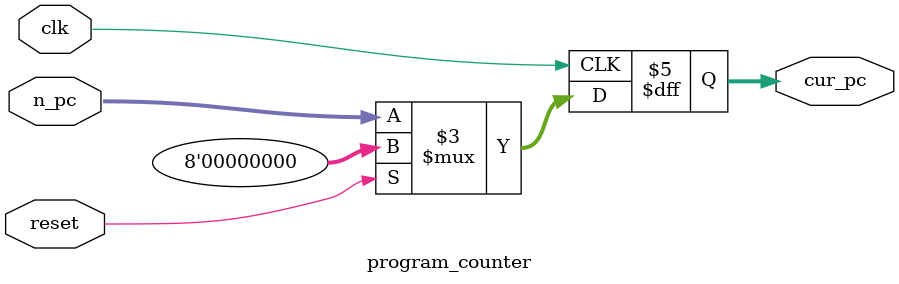
<source format=v>
module program_counter (
    input wire[7:0] n_pc, 
    input wire clk, reset,
    output reg[7:0] cur_pc
);


always @(posedge clk) begin

    if (reset)
        cur_pc <= 0;
    else
        cur_pc <= n_pc;
end
    
endmodule
</source>
